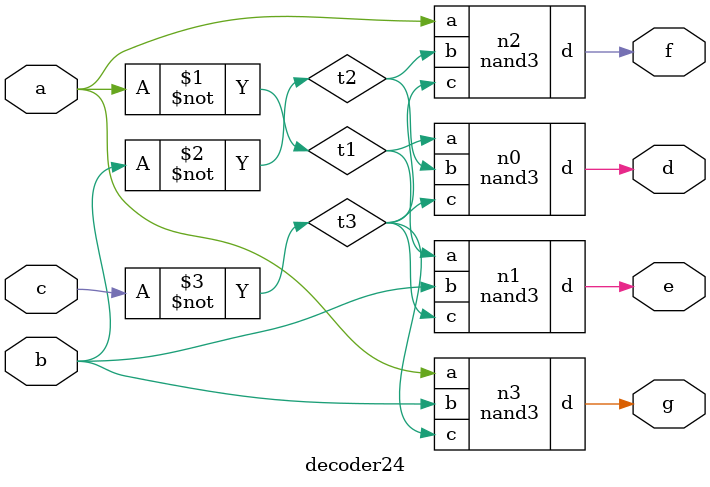
<source format=v>
module nand3(input wire a,b,c,output wire d);
assign d=~(a&b&c);
endmodule

module decoder24(input wire a,b,c,output wire d,e,f,g);
wire t1,t2,t3;
assign t1=~a;
assign t2=~b;
assign t3=~c;

nand3 n0(t1,t2,t3,d);
nand3 n1(t1,b,t3,e);
nand3 n2(a,t2,t3,f);
nand3 n3(a,b,t3,g);

endmodule

</source>
